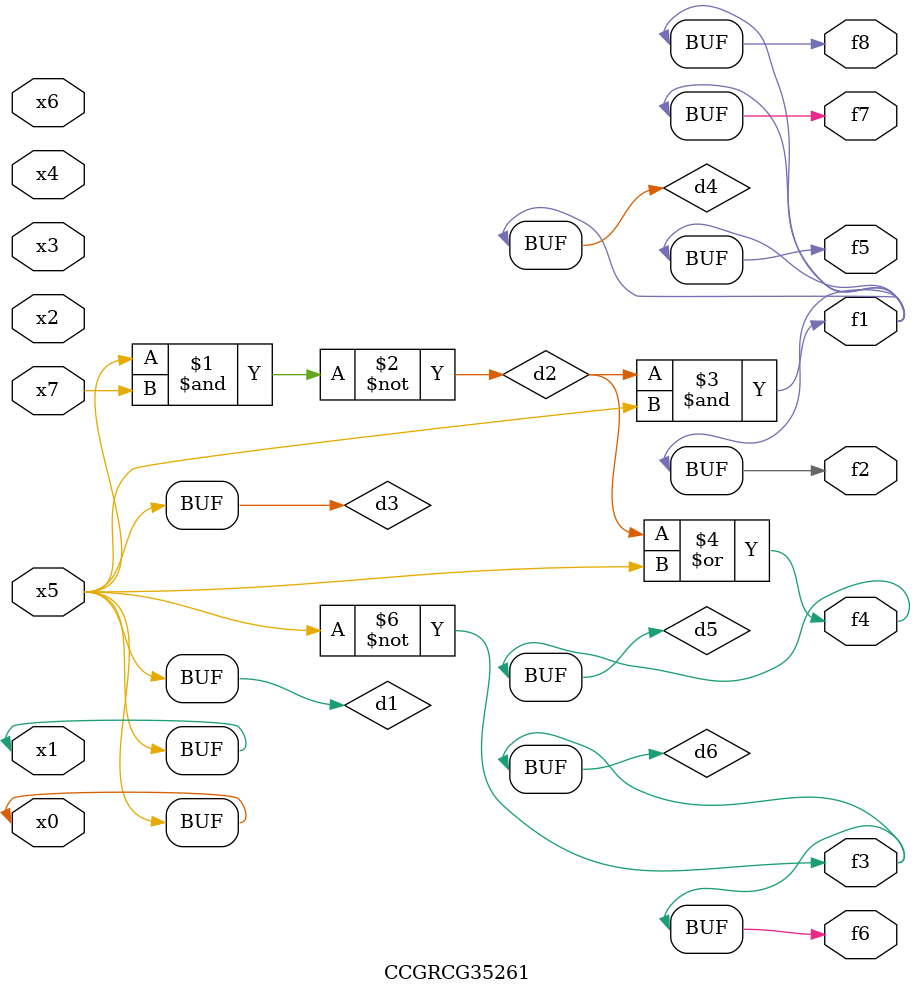
<source format=v>
module CCGRCG35261(
	input x0, x1, x2, x3, x4, x5, x6, x7,
	output f1, f2, f3, f4, f5, f6, f7, f8
);

	wire d1, d2, d3, d4, d5, d6;

	buf (d1, x0, x5);
	nand (d2, x5, x7);
	buf (d3, x0, x1);
	and (d4, d2, d3);
	or (d5, d2, d3);
	nor (d6, d1, d3);
	assign f1 = d4;
	assign f2 = d4;
	assign f3 = d6;
	assign f4 = d5;
	assign f5 = d4;
	assign f6 = d6;
	assign f7 = d4;
	assign f8 = d4;
endmodule

</source>
